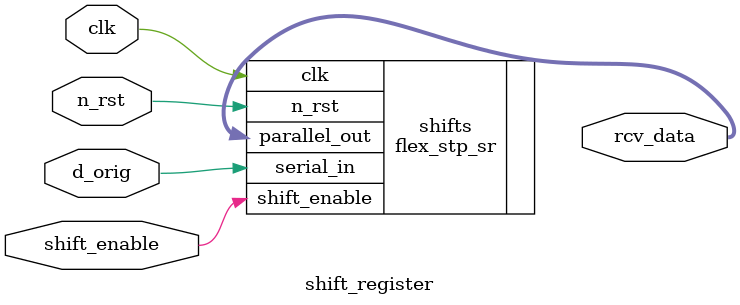
<source format=sv>
module shift_register(
		    input wire 	      clk,
		    input wire 	      n_rst,
		    input wire 	      shift_enable,
		    input wire 	      d_orig,
		    output wire [7:0] rcv_data);
   flex_stp_sr #(8, 0) shifts(.clk(clk), .n_rst(n_rst), .shift_enable(shift_enable), .serial_in(d_orig), .parallel_out(rcv_data)) ;

			      endmodule

</source>
